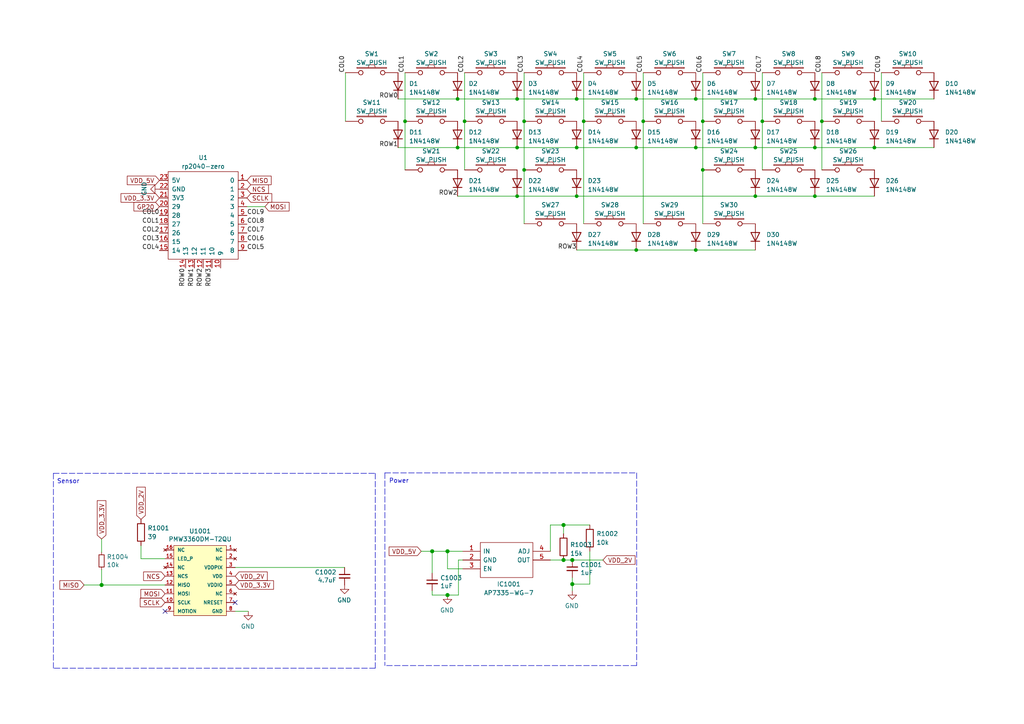
<source format=kicad_sch>
(kicad_sch (version 20230121) (generator eeschema)
  (paper "A4")
  (title_block (company "bastard keyboards") (comment 4 "Copyright Quentin Lebastard"))
  (lib_symbols
    (symbol "AP7331-WG-7:AP7331-WG-7" (pin_names (offset 0.762))
      (property "Reference" "IC" (at 21.59 7.62 0))
      (property "Value" "AP7331-WG-7" (at 21.59 5.08 0))
      (symbol "AP7331-WG-7_0_0"
        (pin passive line (at 0 0 0) (length 5.08) (name "IN") (number "1"))
        (pin passive line (at 0 -2.54 0) (length 5.08) (name "GND") (number "2"))
        (pin passive line (at 0 -5.08 0) (length 5.08) (name "EN") (number "3"))
        (pin passive line (at 25.4 0 180) (length 5.08) (name "ADJ") (number "4"))
        (pin passive line (at 25.4 -2.54 180) (length 5.08) (name "OUT") (number "5"))
      )
      (symbol "AP7331-WG-7_0_1"
        (polyline (pts (xy 5.08 2.54) (xy 20.32 2.54) (xy 20.32 -7.62) (xy 5.08 -7.62) (xy 5.08 2.54)) (stroke (width 0.1524)))
      )
    )
    (symbol "Device:C_Small" (pin_numbers hide) (pin_names (offset 0.254) hide)
      (property "Reference" "C" (at 0.254 1.778 0))
      (property "Value" "C_Small" (at 0.254 -2.032 0))
      (symbol "C_Small_0_1"
        (polyline (pts (xy -1.524 -0.508) (xy 1.524 -0.508)) (stroke (width 0.3302)))
        (polyline (pts (xy -1.524 0.508) (xy 1.524 0.508)) (stroke (width 0.3048)))
      )
      (symbol "C_Small_1_1"
        (pin passive line (at 0 2.54 270) (length 2.032) (name "~") (number "1"))
        (pin passive line (at 0 -2.54 90) (length 2.032) (name "~") (number "2"))
      )
    )
    (symbol "Device:R" (pin_numbers hide) (pin_names (offset 0))
      (property "Reference" "R" (at 2.032 0 90))
      (property "Value" "R" (at 0 0 90))
      (symbol "R_0_1"
        (rectangle (start -1.016 -2.54) (end 1.016 2.54) (stroke (width 0.254)))
      )
      (symbol "R_1_1"
        (pin passive line (at 0 3.81 270) (length 1.27) (name "~") (number "1"))
        (pin passive line (at 0 -3.81 90) (length 1.27) (name "~") (number "2"))
      )
    )
    (symbol "Device:R_Small" (pin_numbers hide) (pin_names (offset 0.254) hide)
      (property "Reference" "R" (at 0.762 0.508 0))
      (property "Value" "R_Small" (at 0.762 -1.016 0))
      (symbol "R_Small_0_1"
        (rectangle (start -0.762 1.778) (end 0.762 -1.778) (stroke (width 0.2032)))
      )
      (symbol "R_Small_1_1"
        (pin passive line (at 0 2.54 270) (length 0.762) (name "~") (number "1"))
        (pin passive line (at 0 -2.54 90) (length 0.762) (name "~") (number "2"))
      )
    )
    (symbol "Diode:1N4148W" (pin_numbers hide) (pin_names hide)
      (property "Reference" "D" (at 0 2.54 0))
      (property "Value" "1N4148W" (at 0 -2.54 0))
      (symbol "1N4148W_0_1"
        (polyline (pts (xy -1.27 1.27) (xy -1.27 -1.27)) (stroke (width 0.254)))
        (polyline (pts (xy 1.27 0) (xy -1.27 0)))
        (polyline (pts (xy 1.27 1.27) (xy 1.27 -1.27) (xy -1.27 0) (xy 1.27 1.27)) (stroke (width 0.254)))
      )
      (symbol "1N4148W_1_1"
        (pin passive line (at -3.81 0 0) (length 2.54) (name "K") (number "1"))
        (pin passive line (at 3.81 0 180) (length 2.54) (name "A") (number "2"))
      )
    )
    (symbol "kbd:SW_PUSH" (pin_numbers hide) (pin_names (offset 1.016) hide)
      (property "Reference" "SW" (at 3.81 2.794 0))
      (property "Value" "SW_PUSH" (at 0 -2.032 0))
      (symbol "SW_PUSH_0_1"
        (rectangle (start -4.318 1.27) (end 4.318 1.524))
        (polyline (pts (xy -1.016 1.524) (xy -0.762 2.286) (xy 0.762 2.286) (xy 1.016 1.524)))
        (pin passive inverted (at -7.62 0 0) (length 5.08) (name "1") (number "1"))
        (pin passive inverted (at 7.62 0 180) (length 5.08) (name "2") (number "2"))
      )
    )
    (symbol "mcu:rp2040-zero" (pin_names (offset 1.016))
      (property "Reference" "U" (at 0 15.24 0))
      (property "Value" "rp2040-zero" (at 0 12.7 0))
      (symbol "rp2040-zero_0_1"
        (rectangle (start -10.16 11.43) (end 10.16 -13.97))
      )
      (symbol "rp2040-zero_1_1"
        (pin bidirectional line (at 12.7 8.89 180) (length 2.54) (name "0") (number "1"))
        (pin bidirectional line (at 5.08 -16.51 90) (length 2.54) (name "9") (number "10"))
        (pin bidirectional line (at 2.54 -16.51 90) (length 2.54) (name "10") (number "11"))
        (pin bidirectional line (at 0 -16.51 90) (length 2.54) (name "11") (number "12"))
        (pin bidirectional line (at -2.54 -16.51 90) (length 2.54) (name "12") (number "13"))
        (pin bidirectional line (at -5.08 -16.51 90) (length 2.54) (name "13") (number "14"))
        (pin bidirectional line (at -12.7 -11.43 0) (length 2.54) (name "14") (number "15"))
        (pin bidirectional line (at -12.7 -8.89 0) (length 2.54) (name "15") (number "16"))
        (pin bidirectional line (at -12.7 -6.35 0) (length 2.54) (name "26") (number "17"))
        (pin bidirectional line (at -12.7 -3.81 0) (length 2.54) (name "27") (number "18"))
        (pin bidirectional line (at -12.7 -1.27 0) (length 2.54) (name "28") (number "19"))
        (pin bidirectional line (at 12.7 6.35 180) (length 2.54) (name "1") (number "2"))
        (pin bidirectional line (at -12.7 1.27 0) (length 2.54) (name "29") (number "20"))
        (pin power_out line (at -12.7 3.81 0) (length 2.54) (name "3V3") (number "21"))
        (pin power_out line (at -12.7 6.35 0) (length 2.54) (name "GND") (number "22"))
        (pin power_out line (at -12.7 8.89 0) (length 2.54) (name "5V") (number "23"))
        (pin bidirectional line (at 12.7 3.81 180) (length 2.54) (name "2") (number "3"))
        (pin bidirectional line (at 12.7 1.27 180) (length 2.54) (name "3") (number "4"))
        (pin bidirectional line (at 12.7 -1.27 180) (length 2.54) (name "4") (number "5"))
        (pin bidirectional line (at 12.7 -3.81 180) (length 2.54) (name "5") (number "6"))
        (pin bidirectional line (at 12.7 -6.35 180) (length 2.54) (name "6") (number "7"))
        (pin bidirectional line (at 12.7 -8.89 180) (length 2.54) (name "7") (number "8"))
        (pin bidirectional line (at 12.7 -11.43 180) (length 2.54) (name "8") (number "9"))
      )
    )
    (symbol "power:GND" (power) (pin_names (offset 0))
      (property "Value" "GND" (at 0 -3.81 0))
      (symbol "GND_0_1"
        (polyline (pts (xy 0 0) (xy 0 -1.27) (xy 1.27 -1.27) (xy 0 -2.54) (xy -1.27 -1.27) (xy 0 -1.27)))
      )
      (symbol "GND_1_1"
        (pin power_in line (at 0 0 270) (length 0) hide (name "GND") (number "1"))
      )
    )
    (symbol "sensor-rescue:PWM3360-pwm3360" (pin_names (offset 1.016))
      (property "Reference" "U4" (at 0 14.351 0))
      (property "Value" "PMW3360DM-T2QU" (at 0 12.0396 0))
      (symbol "PWM3360-pwm3360_0_1"
        (rectangle (start -7.62 10.16) (end 7.62 -10.16) (fill (type background)))
      )
      (symbol "PWM3360-pwm3360_1_1"
        (pin no_connect line (at -10.16 8.89 0) (length 2.54) (name "NC") (number "1"))
        (pin input line (at 10.16 -6.35 180) (length 2.54) (name "SCLK") (number "10"))
        (pin input line (at 10.16 -3.81 180) (length 2.54) (name "MOSI") (number "11"))
        (pin output line (at 10.16 -1.27 180) (length 2.54) (name "MISO") (number "12"))
        (pin input line (at 10.16 1.27 180) (length 2.54) (name "NCS") (number "13"))
        (pin no_connect line (at 10.16 3.81 180) (length 2.54) (name "NC") (number "14"))
        (pin input line (at 10.16 6.35 180) (length 2.54) (name "LED_P") (number "15"))
        (pin no_connect line (at 10.16 8.89 180) (length 2.54) (name "NC") (number "16"))
        (pin no_connect line (at -10.16 6.35 0) (length 2.54) (name "NC") (number "2"))
        (pin power_out line (at -10.16 3.81 0) (length 2.54) (name "VDDPIX") (number "3"))
        (pin power_in line (at -10.16 1.27 0) (length 2.54) (name "VDD") (number "4"))
        (pin power_in line (at -10.16 -1.27 0) (length 2.54) (name "VDDIO") (number "5"))
        (pin no_connect line (at -10.16 -3.81 0) (length 2.54) (name "NC") (number "6"))
        (pin input line (at -10.16 -6.35 0) (length 2.54) (name "NRESET") (number "7"))
        (pin power_in line (at -10.16 -8.89 0) (length 2.54) (name "GND") (number "8"))
        (pin output line (at 10.16 -8.89 180) (length 2.54) (name "MOTION") (number "9"))
      )
    )
  )
  (junction (at 201.803 28.702))
  (junction (at 221.107 35.179))
  (junction (at 238.379 35.179))
  (junction (at 167.259 56.896))
  (junction (at 184.531 72.517))
  (junction (at 152.019 49.276))
  (junction (at 236.347 28.702))
  (junction (at 129.794 172.593) (diameter 1.016))
  (junction (at 201.803 72.517))
  (junction (at 184.531 42.799))
  (junction (at 236.347 42.799))
  (junction (at 163.449 162.433) (diameter 1.016))
  (junction (at 132.715 28.702))
  (junction (at 236.347 56.896))
  (junction (at 219.075 56.896))
  (junction (at 29.464 169.672) (diameter 1.016))
  (junction (at 149.987 42.799))
  (junction (at 125.349 159.893) (diameter 1.016))
  (junction (at 219.075 42.799))
  (junction (at 149.987 56.896))
  (junction (at 219.075 28.702))
  (junction (at 169.291 35.179))
  (junction (at 253.619 28.702))
  (junction (at 167.259 42.799))
  (junction (at 253.619 42.799))
  (junction (at 117.475 35.179))
  (junction (at 201.803 42.799))
  (junction (at 165.989 162.433) (diameter 1.016))
  (junction (at 165.989 169.418) (diameter 1.016))
  (junction (at 152.019 35.179))
  (junction (at 163.449 152.273) (diameter 1.016))
  (junction (at 203.835 49.276))
  (junction (at 149.987 28.702))
  (junction (at 132.715 42.799))
  (junction (at 203.835 35.179))
  (junction (at 129.794 159.893) (diameter 1.016))
  (junction (at 184.531 28.702))
  (junction (at 167.259 28.702))
  (junction (at 134.747 35.179))
  (junction (at 186.563 35.179))
  (no_connect (at 68.199 174.752))
  (no_connect (at 47.879 177.292))
  (wire (pts (xy 167.259 28.702) (xy 184.531 28.702)))
  (wire (pts (xy 71.628 59.944) (xy 76.835 59.944)))
  (wire (pts (xy 203.835 49.276) (xy 203.835 64.897)))
  (wire (pts (xy 167.259 72.517) (xy 184.531 72.517)))
  (wire (pts (xy 152.019 49.276) (xy 152.019 64.897)))
  (wire (pts (xy 125.349 159.893) (xy 125.349 166.243)))
  (wire (pts (xy 134.747 35.179) (xy 134.747 49.276)))
  (wire (pts (xy 201.803 28.702) (xy 219.075 28.702)))
  (wire (pts (xy 149.987 42.799) (xy 167.259 42.799)))
  (wire (pts (xy 152.019 35.179) (xy 152.019 49.276)))
  (wire (pts (xy 203.835 21.082) (xy 203.835 35.179)))
  (wire (pts (xy 221.107 35.179) (xy 221.107 49.276)))
  (wire (pts (xy 24.384 169.672) (xy 29.464 169.672)))
  (wire (pts (xy 236.347 56.896) (xy 253.619 56.896)))
  (wire (pts (xy 68.199 164.592) (xy 99.949 164.592)))
  (wire (pts (xy 184.531 42.799) (xy 201.803 42.799)))
  (wire (pts (xy 186.563 35.179) (xy 186.563 64.897)))
  (wire (pts (xy 117.475 35.179) (xy 117.475 49.276)))
  (wire (pts (xy 159.639 152.273) (xy 159.639 159.893)))
  (wire (pts (xy 184.531 72.517) (xy 201.803 72.517)))
  (wire (pts (xy 255.651 21.082) (xy 255.651 35.179)))
  (wire (pts (xy 125.349 172.593) (xy 125.349 171.323)))
  (wire (pts (xy 129.794 172.593) (xy 125.349 172.593)))
  (wire (pts (xy 132.969 162.433) (xy 132.969 172.593)))
  (wire (pts (xy 132.969 172.593) (xy 129.794 172.593)))
  (wire (pts (xy 134.239 162.433) (xy 132.969 162.433)))
  (wire (pts (xy 132.715 42.799) (xy 149.987 42.799)))
  (wire (pts (xy 100.203 21.082) (xy 100.203 35.179)))
  (wire (pts (xy 167.259 56.896) (xy 219.075 56.896)))
  (wire (pts (xy 165.989 162.433) (xy 174.879 162.433)))
  (wire (pts (xy 219.075 42.799) (xy 236.347 42.799)))
  (wire (pts (xy 134.747 21.082) (xy 134.747 35.179)))
  (wire (pts (xy 149.987 56.896) (xy 167.259 56.896)))
  (wire (pts (xy 238.379 35.179) (xy 238.379 49.276)))
  (wire (pts (xy 167.259 42.799) (xy 184.531 42.799)))
  (wire (pts (xy 132.715 28.702) (xy 149.987 28.702)))
  (wire (pts (xy 152.019 21.082) (xy 152.019 35.179)))
  (wire (pts (xy 219.075 28.702) (xy 236.347 28.702)))
  (wire (pts (xy 219.075 56.896) (xy 236.347 56.896)))
  (wire (pts (xy 169.291 35.179) (xy 169.291 64.897)))
  (wire (pts (xy 186.563 21.082) (xy 186.563 35.179)))
  (wire (pts (xy 29.464 165.227) (xy 29.464 169.672)))
  (wire (pts (xy 29.464 169.672) (xy 47.879 169.672)))
  (wire (pts (xy 169.291 21.082) (xy 169.291 35.179)))
  (wire (pts (xy 163.449 152.273) (xy 163.449 154.813)))
  (wire (pts (xy 132.715 56.896) (xy 149.987 56.896)))
  (polyline (pts (xy 108.839 137.287) (xy 108.839 193.802)) (stroke (width 0) (type dash)))
  (polyline (pts (xy 15.494 137.287) (xy 108.839 137.287)) (stroke (width 0) (type dash)))
  (wire (pts (xy 203.835 35.179) (xy 203.835 49.276)))
  (wire (pts (xy 171.069 159.893) (xy 171.069 169.418)))
  (wire (pts (xy 171.069 169.418) (xy 165.989 169.418)))
  (wire (pts (xy 117.475 21.082) (xy 117.475 35.179)))
  (polyline (pts (xy 111.633 137.16) (xy 111.633 193.04)) (stroke (width 0) (type dash)))
  (polyline (pts (xy 111.633 137.16) (xy 184.658 137.16)) (stroke (width 0) (type dash)))
  (polyline (pts (xy 184.658 137.16) (xy 184.658 193.04)) (stroke (width 0) (type dash)))
  (polyline (pts (xy 184.658 193.04) (xy 111.633 193.04)) (stroke (width 0) (type dash)))
  (wire (pts (xy 29.464 156.337) (xy 29.464 160.147)))
  (wire (pts (xy 129.794 164.973) (xy 129.794 159.893)))
  (wire (pts (xy 134.239 164.973) (xy 129.794 164.973)))
  (wire (pts (xy 68.199 177.292) (xy 72.009 177.292)))
  (wire (pts (xy 159.639 152.273) (xy 163.449 152.273)))
  (wire (pts (xy 115.443 42.799) (xy 132.715 42.799)))
  (wire (pts (xy 159.639 162.433) (xy 163.449 162.433)))
  (wire (pts (xy 163.449 162.433) (xy 165.989 162.433)))
  (wire (pts (xy 221.107 21.082) (xy 221.107 35.179)))
  (wire (pts (xy 253.619 28.702) (xy 270.891 28.702)))
  (wire (pts (xy 184.531 28.702) (xy 201.803 28.702)))
  (wire (pts (xy 201.803 42.799) (xy 219.075 42.799)))
  (wire (pts (xy 149.987 28.702) (xy 167.259 28.702)))
  (wire (pts (xy 238.379 21.082) (xy 238.379 35.179)))
  (wire (pts (xy 201.803 72.517) (xy 219.075 72.517)))
  (polyline (pts (xy 108.839 193.802) (xy 15.494 193.802)) (stroke (width 0) (type dash)))
  (wire (pts (xy 163.449 152.273) (xy 171.069 152.273)))
  (wire (pts (xy 236.347 28.702) (xy 253.619 28.702)))
  (wire (pts (xy 40.894 162.052) (xy 40.894 158.242)))
  (wire (pts (xy 47.879 162.052) (xy 40.894 162.052)))
  (polyline (pts (xy 15.494 137.287) (xy 15.494 193.802)) (stroke (width 0) (type dash)))
  (wire (pts (xy 236.347 42.799) (xy 253.619 42.799)))
  (wire (pts (xy 253.619 42.799) (xy 270.891 42.799)))
  (wire (pts (xy 115.443 28.702) (xy 132.715 28.702)))
  (wire (pts (xy 122.174 159.893) (xy 125.349 159.893)))
  (wire (pts (xy 125.349 159.893) (xy 129.794 159.893)))
  (wire (pts (xy 129.794 159.893) (xy 134.239 159.893)))
  (wire (pts (xy 165.989 167.513) (xy 165.989 169.418)))
  (wire (pts (xy 165.989 169.418) (xy 165.989 171.323)))
  (text "Power" (at 118.618 140.335 0) (effects (font (size 1.27 1.27)) (justify right bottom)))
  (text "Sensor" (at 23.114 140.462 0) (effects (font (size 1.27 1.27)) (justify right bottom)))
  (label "COL2" (at 134.747 21.082 90))
  (label "COL9" (at 71.628 62.484 0))
  (label "ROW1" (at 56.388 77.724 270))
  (label "ROW2" (at 132.715 56.896 180))
  (label "COL3" (at 46.228 70.104 180))
  (label "COL1" (at 117.475 21.082 90))
  (label "COL2" (at 46.228 67.564 180))
  (label "ROW1" (at 115.443 42.799 180))
  (label "COL5" (at 186.563 21.082 90))
  (label "COL6" (at 203.835 21.082 90))
  (label "COL5" (at 71.628 72.644 0))
  (label "ROW0" (at 115.443 28.702 180))
  (label "COL8" (at 238.379 21.082 90))
  (label "ROW3" (at 167.259 72.517 180))
  (label "COL7" (at 221.107 21.082 90))
  (label "COL9" (at 255.651 21.082 90))
  (label "COL8" (at 71.628 65.024 0))
  (label "ROW2" (at 58.928 77.724 270))
  (label "COL0" (at 46.228 62.484 180))
  (label "ROW0" (at 53.848 77.724 270))
  (label "ROW3" (at 61.468 77.724 270))
  (label "COL7" (at 71.628 67.564 0))
  (label "COL4" (at 169.291 21.082 90))
  (label "COL3" (at 152.019 21.082 90))
  (label "COL0" (at 100.203 21.082 90))
  (label "COL4" (at 46.228 72.644 180))
  (label "COL6" (at 71.628 70.104 0))
  (label "COL1" (at 46.228 65.024 180))
  (global_label "VDD_3.3V" (shape input) (at 46.228 57.404 180) (property "Intersheetrefs" "${INTERSHEET_REFS}" (effects hide)))
  (global_label "VDD_3.3V" (shape input) (at 29.464 156.337 90) (property "Intersheetrefs" "${INTERSHEET_REFS}" (effects hide)))
  (global_label "SCLK" (shape input) (at 47.879 174.752 180) (property "Intersheetrefs" "${INTERSHEET_REFS}" (effects hide)))
  (global_label "GP20" (shape input) (at 46.228 59.944 180) (property "Intersheetrefs" "${INTERSHEET_REFS}" (effects hide)))
  (global_label "NCS" (shape input) (at 47.879 167.132 180) (property "Intersheetrefs" "${INTERSHEET_REFS}" (effects hide)))
  (global_label "VDD_2V" (shape input) (at 174.879 162.433 0) (property "Intersheetrefs" "${INTERSHEET_REFS}" (effects hide)))
  (global_label "VDD_3.3V" (shape input) (at 68.199 169.672 0) (property "Intersheetrefs" "${INTERSHEET_REFS}" (effects hide)))
  (global_label "NCS" (shape input) (at 71.628 54.864 0) (property "Intersheetrefs" "${INTERSHEET_REFS}" (effects hide)))
  (global_label "VDD_2V" (shape input) (at 68.199 167.132 0) (property "Intersheetrefs" "${INTERSHEET_REFS}" (effects hide)))
  (global_label "VDD_2V" (shape input) (at 40.894 150.622 90) (property "Intersheetrefs" "${INTERSHEET_REFS}" (effects hide)))
  (global_label "MISO" (shape input) (at 24.384 169.672 180) (property "Intersheetrefs" "${INTERSHEET_REFS}" (effects hide)))
  (global_label "MOSI" (shape input) (at 47.879 172.212 180) (property "Intersheetrefs" "${INTERSHEET_REFS}" (effects hide)))
  (global_label "VDD_5V" (shape input) (at 122.174 159.893 180) (property "Intersheetrefs" "${INTERSHEET_REFS}" (effects hide)))
  (global_label "MISO" (shape input) (at 71.628 52.324 0) (property "Intersheetrefs" "${INTERSHEET_REFS}" (effects hide)))
  (global_label "SCLK" (shape input) (at 71.628 57.404 0) (property "Intersheetrefs" "${INTERSHEET_REFS}" (effects hide)))
  (global_label "VDD_5V" (shape input) (at 46.228 52.324 180) (property "Intersheetrefs" "${INTERSHEET_REFS}" (effects hide)))
  (global_label "MOSI" (shape input) (at 76.835 59.944 0) (property "Intersheetrefs" "${INTERSHEET_REFS}" (effects hide)))
  (symbol (lib_id "sensor-rescue:PWM3360-pwm3360") (at 58.039 168.402 0) (mirror y) (unit 1)
    (property "Reference" "U1001" (at 58.039 154.051 0))
    (property "Value" "PMW3360DM-T2QU" (at 58.039 156.3624 0))
    (property "Footprint" "local:DIP-16_W10.16mm" (effects hide))
  )
  (symbol (lib_id "Device:C_Small") (at 99.949 167.132 0) (mirror y) (unit 1)
    (property "Reference" "C1002" (at 97.6122 165.9636 0) (effects (justify left)))
    (property "Value" "4.7uF" (at 97.6122 168.275 0) (effects (justify left)))
    (property "Footprint" "local:C_0603_1608Metric" (effects hide))
    (property "LCSC" "C19666" (effects hide))
  )
  (symbol (lib_id "power:GND") (at 99.949 169.672 0) (mirror y) (unit 1)
    (property "Reference" "#PWR01001" (effects hide))
    (property "Value" "GND" (at 99.822 174.0662 0))
  )
  (symbol (lib_id "power:GND") (at 72.009 177.292 0) (mirror y) (unit 1)
    (property "Reference" "#PWR01004" (effects hide))
    (property "Value" "GND" (at 71.882 181.6862 0))
  )
  (symbol (lib_id "kbd:SW_PUSH") (at 142.367 35.179 0) (unit 1)
    (property "Reference" "SW13" (at 142.367 29.718 0))
    (property "Value" "SW_PUSH" (at 142.367 32.258 0))
    (property "Footprint" "PCM_Switch_Keyboard_Hotswap_Kailh:SW_Hotswap_Kailh_MX_1.00u" (effects hide))
  )
  (symbol (lib_id "Diode:1N4148W") (at 115.443 38.989 90) (unit 1)
    (property "Reference" "D11" (at 118.618 38.354 90) (effects (justify right)))
    (property "Value" "1N4148W" (at 118.618 40.894 90) (effects (justify right)))
    (property "Footprint" "Diode_SMD:D_SOD-123" (effects hide))
    (property "Datasheet" "https://www.vishay.com/docs/85748/1n4148w.pdf" (effects hide))
    (property "Sim.Device" "D" (effects hide))
    (property "Sim.Pins" "1=K 2=A" (effects hide))
  )
  (symbol (lib_id "Diode:1N4148W") (at 219.075 38.989 90) (unit 1)
    (property "Reference" "D17" (at 222.25 38.354 90) (effects (justify right)))
    (property "Value" "1N4148W" (at 222.25 40.894 90) (effects (justify right)))
    (property "Footprint" "Diode_SMD:D_SOD-123" (effects hide))
    (property "Datasheet" "https://www.vishay.com/docs/85748/1n4148w.pdf" (effects hide))
    (property "Sim.Device" "D" (effects hide))
    (property "Sim.Pins" "1=K 2=A" (effects hide))
  )
  (symbol (lib_id "Diode:1N4148W") (at 236.347 24.892 90) (unit 1)
    (property "Reference" "D8" (at 239.522 24.257 90) (effects (justify right)))
    (property "Value" "1N4148W" (at 239.522 26.797 90) (effects (justify right)))
    (property "Footprint" "Diode_SMD:D_SOD-123" (effects hide))
    (property "Datasheet" "https://www.vishay.com/docs/85748/1n4148w.pdf" (effects hide))
    (property "Sim.Device" "D" (effects hide))
    (property "Sim.Pins" "1=K 2=A" (effects hide))
  )
  (symbol (lib_id "Diode:1N4148W") (at 219.075 53.086 90) (unit 1)
    (property "Reference" "D24" (at 222.25 52.451 90) (effects (justify right)))
    (property "Value" "1N4148W" (at 222.25 54.991 90) (effects (justify right)))
    (property "Footprint" "Diode_SMD:D_SOD-123" (effects hide))
    (property "Datasheet" "https://www.vishay.com/docs/85748/1n4148w.pdf" (effects hide))
    (property "Sim.Device" "D" (effects hide))
    (property "Sim.Pins" "1=K 2=A" (effects hide))
  )
  (symbol (lib_id "kbd:SW_PUSH") (at 176.911 35.179 0) (unit 1)
    (property "Reference" "SW15" (at 176.911 29.718 0))
    (property "Value" "SW_PUSH" (at 176.911 32.258 0))
    (property "Footprint" "PCM_Switch_Keyboard_Hotswap_Kailh:SW_Hotswap_Kailh_MX_1.00u" (effects hide))
  )
  (symbol (lib_id "kbd:SW_PUSH") (at 176.911 21.082 0) (unit 1)
    (property "Reference" "SW5" (at 176.911 15.621 0))
    (property "Value" "SW_PUSH" (at 176.911 18.161 0))
    (property "Footprint" "PCM_Switch_Keyboard_Hotswap_Kailh:SW_Hotswap_Kailh_MX_1.00u" (effects hide))
  )
  (symbol (lib_id "Diode:1N4148W") (at 167.259 68.707 90) (unit 1)
    (property "Reference" "D27" (at 170.434 68.072 90) (effects (justify right)))
    (property "Value" "1N4148W" (at 170.434 70.612 90) (effects (justify right)))
    (property "Footprint" "Diode_SMD:D_SOD-123" (effects hide))
    (property "Datasheet" "https://www.vishay.com/docs/85748/1n4148w.pdf" (effects hide))
    (property "Sim.Device" "D" (effects hide))
    (property "Sim.Pins" "1=K 2=A" (effects hide))
  )
  (symbol (lib_id "kbd:SW_PUSH") (at 211.455 21.082 0) (unit 1)
    (property "Reference" "SW7" (at 211.455 15.621 0))
    (property "Value" "SW_PUSH" (at 211.455 18.161 0))
    (property "Footprint" "PCM_Switch_Keyboard_Hotswap_Kailh:SW_Hotswap_Kailh_MX_1.00u" (effects hide))
  )
  (symbol (lib_id "Diode:1N4148W") (at 184.531 38.989 90) (unit 1)
    (property "Reference" "D15" (at 187.706 38.354 90) (effects (justify right)))
    (property "Value" "1N4148W" (at 187.706 40.894 90) (effects (justify right)))
    (property "Footprint" "Diode_SMD:D_SOD-123" (effects hide))
    (property "Datasheet" "https://www.vishay.com/docs/85748/1n4148w.pdf" (effects hide))
    (property "Sim.Device" "D" (effects hide))
    (property "Sim.Pins" "1=K 2=A" (effects hide))
  )
  (symbol (lib_id "Diode:1N4148W") (at 253.619 53.086 90) (unit 1)
    (property "Reference" "D26" (at 256.794 52.451 90) (effects (justify right)))
    (property "Value" "1N4148W" (at 256.794 54.991 90) (effects (justify right)))
    (property "Footprint" "Diode_SMD:D_SOD-123" (effects hide))
    (property "Datasheet" "https://www.vishay.com/docs/85748/1n4148w.pdf" (effects hide))
    (property "Sim.Device" "D" (effects hide))
    (property "Sim.Pins" "1=K 2=A" (effects hide))
  )
  (symbol (lib_id "kbd:SW_PUSH") (at 176.911 64.897 0) (unit 1)
    (property "Reference" "SW28" (at 176.911 59.436 0))
    (property "Value" "SW_PUSH" (at 176.911 61.976 0))
    (property "Footprint" "PCM_Switch_Keyboard_Hotswap_Kailh:SW_Hotswap_Kailh_MX_1.00u" (effects hide))
  )
  (symbol (lib_id "Diode:1N4148W") (at 132.715 24.892 90) (unit 1)
    (property "Reference" "D2" (at 135.89 24.257 90) (effects (justify right)))
    (property "Value" "1N4148W" (at 135.89 26.797 90) (effects (justify right)))
    (property "Footprint" "Diode_SMD:D_SOD-123" (effects hide))
    (property "Datasheet" "https://www.vishay.com/docs/85748/1n4148w.pdf" (effects hide))
    (property "Sim.Device" "D" (effects hide))
    (property "Sim.Pins" "1=K 2=A" (effects hide))
  )
  (symbol (lib_id "Device:C_Small") (at 165.989 164.973 0) (unit 1)
    (property "Reference" "C1001" (at 168.3258 163.8046 0) (effects (justify left)))
    (property "Value" "1uF" (at 168.326 166.116 0) (effects (justify left)))
    (property "Footprint" "local:C_0603_1608Metric" (effects hide))
    (property "LCSC" "C15849" (effects hide))
  )
  (symbol (lib_id "Diode:1N4148W") (at 219.075 68.707 90) (unit 1)
    (property "Reference" "D30" (at 222.25 68.072 90) (effects (justify right)))
    (property "Value" "1N4148W" (at 222.25 70.612 90) (effects (justify right)))
    (property "Footprint" "Diode_SMD:D_SOD-123" (effects hide))
    (property "Datasheet" "https://www.vishay.com/docs/85748/1n4148w.pdf" (effects hide))
    (property "Sim.Device" "D" (effects hide))
    (property "Sim.Pins" "1=K 2=A" (effects hide))
  )
  (symbol (lib_id "kbd:SW_PUSH") (at 142.367 21.082 0) (unit 1)
    (property "Reference" "SW3" (at 142.367 15.621 0))
    (property "Value" "SW_PUSH" (at 142.367 18.161 0))
    (property "Footprint" "PCM_Switch_Keyboard_Hotswap_Kailh:SW_Hotswap_Kailh_MX_1.00u" (effects hide))
  )
  (symbol (lib_id "power:GND") (at 165.989 171.323 0) (mirror y) (unit 1)
    (property "Reference" "#PWR01002" (effects hide))
    (property "Value" "GND" (at 165.862 175.7172 0))
  )
  (symbol (lib_id "Diode:1N4148W") (at 149.987 53.086 90) (unit 1)
    (property "Reference" "D22" (at 153.162 52.451 90) (effects (justify right)))
    (property "Value" "1N4148W" (at 153.162 54.991 90) (effects (justify right)))
    (property "Footprint" "Diode_SMD:D_SOD-123" (effects hide))
    (property "Datasheet" "https://www.vishay.com/docs/85748/1n4148w.pdf" (effects hide))
    (property "Sim.Device" "D" (effects hide))
    (property "Sim.Pins" "1=K 2=A" (effects hide))
  )
  (symbol (lib_id "kbd:SW_PUSH") (at 194.183 21.082 0) (unit 1)
    (property "Reference" "SW6" (at 194.183 15.621 0))
    (property "Value" "SW_PUSH" (at 194.183 18.161 0))
    (property "Footprint" "PCM_Switch_Keyboard_Hotswap_Kailh:SW_Hotswap_Kailh_MX_1.00u" (effects hide))
  )
  (symbol (lib_id "Device:C_Small") (at 125.349 168.783 0) (unit 1)
    (property "Reference" "C1003" (at 127.6858 167.6146 0) (effects (justify left)))
    (property "Value" "1uF" (at 127.6858 169.926 0) (effects (justify left)))
    (property "Footprint" "local:C_0603_1608Metric" (effects hide))
    (property "LCSC" "C15849" (effects hide))
  )
  (symbol (lib_id "kbd:SW_PUSH") (at 159.639 49.276 0) (unit 1)
    (property "Reference" "SW23" (at 159.639 43.815 0))
    (property "Value" "SW_PUSH" (at 159.639 46.355 0))
    (property "Footprint" "PCM_Switch_Keyboard_Hotswap_Kailh:SW_Hotswap_Kailh_MX_1.00u" (effects hide))
  )
  (symbol (lib_id "Diode:1N4148W") (at 253.619 38.989 90) (unit 1)
    (property "Reference" "D19" (at 256.794 38.354 90) (effects (justify right)))
    (property "Value" "1N4148W" (at 256.794 40.894 90) (effects (justify right)))
    (property "Footprint" "Diode_SMD:D_SOD-123" (effects hide))
    (property "Datasheet" "https://www.vishay.com/docs/85748/1n4148w.pdf" (effects hide))
    (property "Sim.Device" "D" (effects hide))
    (property "Sim.Pins" "1=K 2=A" (effects hide))
  )
  (symbol (lib_id "kbd:SW_PUSH") (at 159.639 35.179 0) (unit 1)
    (property "Reference" "SW14" (at 159.639 29.718 0))
    (property "Value" "SW_PUSH" (at 159.639 32.258 0))
    (property "Footprint" "PCM_Switch_Keyboard_Hotswap_Kailh:SW_Hotswap_Kailh_MX_1.00u" (effects hide))
  )
  (symbol (lib_id "kbd:SW_PUSH") (at 263.271 21.082 0) (unit 1)
    (property "Reference" "SW10" (at 263.271 15.621 0))
    (property "Value" "SW_PUSH" (at 263.271 18.161 0))
    (property "Footprint" "PCM_Switch_Keyboard_Hotswap_Kailh:SW_Hotswap_Kailh_MX_1.00u" (effects hide))
  )
  (symbol (lib_id "kbd:SW_PUSH") (at 228.727 21.082 0) (unit 1)
    (property "Reference" "SW8" (at 228.727 15.621 0))
    (property "Value" "SW_PUSH" (at 228.727 18.161 0))
    (property "Footprint" "PCM_Switch_Keyboard_Hotswap_Kailh:SW_Hotswap_Kailh_MX_1.00u" (effects hide))
  )
  (symbol (lib_id "Diode:1N4148W") (at 149.987 24.892 90) (unit 1)
    (property "Reference" "D3" (at 153.162 24.257 90) (effects (justify right)))
    (property "Value" "1N4148W" (at 153.162 26.797 90) (effects (justify right)))
    (property "Footprint" "Diode_SMD:D_SOD-123" (effects hide))
    (property "Datasheet" "https://www.vishay.com/docs/85748/1n4148w.pdf" (effects hide))
    (property "Sim.Device" "D" (effects hide))
    (property "Sim.Pins" "1=K 2=A" (effects hide))
  )
  (symbol (lib_id "Diode:1N4148W") (at 236.347 53.086 90) (unit 1)
    (property "Reference" "D25" (at 239.522 52.451 90) (effects (justify right)))
    (property "Value" "1N4148W" (at 239.522 54.991 90) (effects (justify right)))
    (property "Footprint" "Diode_SMD:D_SOD-123" (effects hide))
    (property "Datasheet" "https://www.vishay.com/docs/85748/1n4148w.pdf" (effects hide))
    (property "Sim.Device" "D" (effects hide))
    (property "Sim.Pins" "1=K 2=A" (effects hide))
  )
  (symbol (lib_id "Diode:1N4148W") (at 184.531 68.707 90) (unit 1)
    (property "Reference" "D28" (at 187.706 68.072 90) (effects (justify right)))
    (property "Value" "1N4148W" (at 187.706 70.612 90) (effects (justify right)))
    (property "Footprint" "Diode_SMD:D_SOD-123" (effects hide))
    (property "Datasheet" "https://www.vishay.com/docs/85748/1n4148w.pdf" (effects hide))
    (property "Sim.Device" "D" (effects hide))
    (property "Sim.Pins" "1=K 2=A" (effects hide))
  )
  (symbol (lib_id "Diode:1N4148W") (at 132.715 38.989 90) (unit 1)
    (property "Reference" "D12" (at 135.89 38.354 90) (effects (justify right)))
    (property "Value" "1N4148W" (at 135.89 40.894 90) (effects (justify right)))
    (property "Footprint" "Diode_SMD:D_SOD-123" (effects hide))
    (property "Datasheet" "https://www.vishay.com/docs/85748/1n4148w.pdf" (effects hide))
    (property "Sim.Device" "D" (effects hide))
    (property "Sim.Pins" "1=K 2=A" (effects hide))
  )
  (symbol (lib_id "kbd:SW_PUSH") (at 125.095 35.179 0) (unit 1)
    (property "Reference" "SW12" (at 125.095 29.718 0))
    (property "Value" "SW_PUSH" (at 125.095 32.258 0))
    (property "Footprint" "PCM_Switch_Keyboard_Hotswap_Kailh:SW_Hotswap_Kailh_MX_1.00u" (effects hide))
  )
  (symbol (lib_id "Device:R") (at 171.069 156.083 0) (unit 1)
    (property "Reference" "R1002" (at 172.974 154.813 0) (effects (justify left)))
    (property "Value" "10k" (at 172.974 157.353 0) (effects (justify left)))
    (property "Footprint" "local:R_0603_1608Metric" (effects hide))
    (property "LCSC" "C25804" (effects hide))
  )
  (symbol (lib_id "kbd:SW_PUSH") (at 211.455 35.179 0) (unit 1)
    (property "Reference" "SW17" (at 211.455 29.718 0))
    (property "Value" "SW_PUSH" (at 211.455 32.258 0))
    (property "Footprint" "PCM_Switch_Keyboard_Hotswap_Kailh:SW_Hotswap_Kailh_MX_1.00u" (effects hide))
  )
  (symbol (lib_id "kbd:SW_PUSH") (at 211.455 64.897 0) (unit 1)
    (property "Reference" "SW30" (at 211.455 59.436 0))
    (property "Value" "SW_PUSH" (at 211.455 61.976 0))
    (property "Footprint" "PCM_Switch_Keyboard_Hotswap_Kailh:SW_Hotswap_Kailh_MX_1.00u" (effects hide))
  )
  (symbol (lib_id "kbd:SW_PUSH") (at 228.727 49.276 0) (unit 1)
    (property "Reference" "SW25" (at 228.727 43.815 0))
    (property "Value" "SW_PUSH" (at 228.727 46.355 0))
    (property "Footprint" "PCM_Switch_Keyboard_Hotswap_Kailh:SW_Hotswap_Kailh_MX_1.00u" (effects hide))
  )
  (symbol (lib_id "Diode:1N4148W") (at 132.715 53.086 90) (unit 1)
    (property "Reference" "D21" (at 135.89 52.451 90) (effects (justify right)))
    (property "Value" "1N4148W" (at 135.89 54.991 90) (effects (justify right)))
    (property "Footprint" "Diode_SMD:D_SOD-123" (effects hide))
    (property "Datasheet" "https://www.vishay.com/docs/85748/1n4148w.pdf" (effects hide))
    (property "Sim.Device" "D" (effects hide))
    (property "Sim.Pins" "1=K 2=A" (effects hide))
  )
  (symbol (lib_id "Diode:1N4148W") (at 167.259 38.989 90) (unit 1)
    (property "Reference" "D14" (at 170.434 38.354 90) (effects (justify right)))
    (property "Value" "1N4148W" (at 170.434 40.894 90) (effects (justify right)))
    (property "Footprint" "Diode_SMD:D_SOD-123" (effects hide))
    (property "Datasheet" "https://www.vishay.com/docs/85748/1n4148w.pdf" (effects hide))
    (property "Sim.Device" "D" (effects hide))
    (property "Sim.Pins" "1=K 2=A" (effects hide))
  )
  (symbol (lib_id "Device:R") (at 163.449 158.623 0) (unit 1)
    (property "Reference" "R1003" (at 165.354 157.988 0) (effects (justify left)))
    (property "Value" "15k" (at 165.354 160.528 0) (effects (justify left)))
    (property "Footprint" "local:R_0603_1608Metric" (effects hide))
    (property "LCSC" "C22809" (effects hide))
  )
  (symbol (lib_id "kbd:SW_PUSH") (at 159.639 21.082 0) (unit 1)
    (property "Reference" "SW4" (at 159.639 15.621 0))
    (property "Value" "SW_PUSH" (at 159.639 18.161 0))
    (property "Footprint" "PCM_Switch_Keyboard_Hotswap_Kailh:SW_Hotswap_Kailh_MX_1.00u" (effects hide))
  )
  (symbol (lib_id "kbd:SW_PUSH") (at 125.095 21.082 0) (unit 1)
    (property "Reference" "SW2" (at 125.095 15.621 0))
    (property "Value" "SW_PUSH" (at 125.095 18.161 0))
    (property "Footprint" "PCM_Switch_Keyboard_Hotswap_Kailh:SW_Hotswap_Kailh_MX_1.00u" (effects hide))
  )
  (symbol (lib_id "power:GND") (at 46.228 54.864 270) (mirror x) (unit 1)
    (property "Reference" "#PWR01" (effects hide))
    (property "Value" "GND" (at 41.8338 54.737 0))
  )
  (symbol (lib_id "Diode:1N4148W") (at 167.259 24.892 90) (unit 1)
    (property "Reference" "D4" (at 170.434 24.257 90) (effects (justify right)))
    (property "Value" "1N4148W" (at 170.434 26.797 90) (effects (justify right)))
    (property "Footprint" "Diode_SMD:D_SOD-123" (effects hide))
    (property "Datasheet" "https://www.vishay.com/docs/85748/1n4148w.pdf" (effects hide))
    (property "Sim.Device" "D" (effects hide))
    (property "Sim.Pins" "1=K 2=A" (effects hide))
  )
  (symbol (lib_id "kbd:SW_PUSH") (at 211.455 49.276 0) (unit 1)
    (property "Reference" "SW24" (at 211.455 43.815 0))
    (property "Value" "SW_PUSH" (at 211.455 46.355 0))
    (property "Footprint" "PCM_Switch_Keyboard_Hotswap_Kailh:SW_Hotswap_Kailh_MX_1.00u" (effects hide))
  )
  (symbol (lib_id "Diode:1N4148W") (at 115.443 24.892 90) (unit 1)
    (property "Reference" "D1" (at 118.618 24.257 90) (effects (justify right)))
    (property "Value" "1N4148W" (at 118.618 26.797 90) (effects (justify right)))
    (property "Footprint" "Diode_SMD:D_SOD-123" (effects hide))
    (property "Datasheet" "https://www.vishay.com/docs/85748/1n4148w.pdf" (effects hide))
    (property "Sim.Device" "D" (effects hide))
    (property "Sim.Pins" "1=K 2=A" (effects hide))
  )
  (symbol (lib_id "Device:R") (at 40.894 154.432 0) (unit 1)
    (property "Reference" "R1001" (at 42.799 153.162 0) (effects (justify left)))
    (property "Value" "39" (at 42.799 155.702 0) (effects (justify left)))
    (property "Footprint" "local:R_0603_1608Metric" (effects hide))
    (property "LCSC" "C23154" (effects hide))
  )
  (symbol (lib_id "Diode:1N4148W") (at 184.531 24.892 90) (unit 1)
    (property "Reference" "D5" (at 187.706 24.257 90) (effects (justify right)))
    (property "Value" "1N4148W" (at 187.706 26.797 90) (effects (justify right)))
    (property "Footprint" "Diode_SMD:D_SOD-123" (effects hide))
    (property "Datasheet" "https://www.vishay.com/docs/85748/1n4148w.pdf" (effects hide))
    (property "Sim.Device" "D" (effects hide))
    (property "Sim.Pins" "1=K 2=A" (effects hide))
  )
  (symbol (lib_id "kbd:SW_PUSH") (at 142.367 49.276 0) (unit 1)
    (property "Reference" "SW22" (at 142.367 43.815 0))
    (property "Value" "SW_PUSH" (at 142.367 46.355 0))
    (property "Footprint" "PCM_Switch_Keyboard_Hotswap_Kailh:SW_Hotswap_Kailh_MX_1.00u" (effects hide))
  )
  (symbol (lib_id "kbd:SW_PUSH") (at 263.271 35.179 0) (unit 1)
    (property "Reference" "SW20" (at 263.271 29.718 0))
    (property "Value" "SW_PUSH" (at 263.271 32.258 0))
    (property "Footprint" "PCM_Switch_Keyboard_Hotswap_Kailh:SW_Hotswap_Kailh_MX_1.00u" (effects hide))
  )
  (symbol (lib_id "mcu:rp2040-zero") (at 58.928 61.214 0) (unit 1)
    (property "Reference" "U1" (at 58.928 45.72 0))
    (property "Value" "rp2040-zero" (at 58.928 48.26 0))
    (property "Footprint" "mcu:rp2040-zero-tht-nocut-largerpads" (effects hide))
  )
  (symbol (lib_id "Diode:1N4148W") (at 253.619 24.892 90) (unit 1)
    (property "Reference" "D9" (at 256.794 24.257 90) (effects (justify right)))
    (property "Value" "1N4148W" (at 256.794 26.797 90) (effects (justify right)))
    (property "Footprint" "Diode_SMD:D_SOD-123" (effects hide))
    (property "Datasheet" "https://www.vishay.com/docs/85748/1n4148w.pdf" (effects hide))
    (property "Sim.Device" "D" (effects hide))
    (property "Sim.Pins" "1=K 2=A" (effects hide))
  )
  (symbol (lib_id "kbd:SW_PUSH") (at 194.183 35.179 0) (unit 1)
    (property "Reference" "SW16" (at 194.183 29.718 0))
    (property "Value" "SW_PUSH" (at 194.183 32.258 0))
    (property "Footprint" "PCM_Switch_Keyboard_Hotswap_Kailh:SW_Hotswap_Kailh_MX_1.00u" (effects hide))
  )
  (symbol (lib_id "power:GND") (at 129.794 172.593 0) (mirror y) (unit 1)
    (property "Reference" "#PWR01003" (effects hide))
    (property "Value" "GND" (at 129.667 176.9872 0))
  )
  (symbol (lib_id "kbd:SW_PUSH") (at 159.639 64.897 0) (unit 1)
    (property "Reference" "SW27" (at 159.639 59.436 0))
    (property "Value" "SW_PUSH" (at 159.639 61.976 0))
    (property "Footprint" "PCM_Switch_Keyboard_Hotswap_Kailh:SW_Hotswap_Kailh_MX_1.00u" (effects hide))
  )
  (symbol (lib_id "kbd:SW_PUSH") (at 107.823 21.082 0) (unit 1)
    (property "Reference" "SW1" (at 107.823 15.621 0))
    (property "Value" "SW_PUSH" (at 107.823 18.161 0))
    (property "Footprint" "PCM_Switch_Keyboard_Hotswap_Kailh:SW_Hotswap_Kailh_MX_1.00u" (effects hide))
  )
  (symbol (lib_id "Diode:1N4148W") (at 270.891 38.989 90) (unit 1)
    (property "Reference" "D20" (at 274.066 38.354 90) (effects (justify right)))
    (property "Value" "1N4148W" (at 274.066 40.894 90) (effects (justify right)))
    (property "Footprint" "Diode_SMD:D_SOD-123" (effects hide))
    (property "Datasheet" "https://www.vishay.com/docs/85748/1n4148w.pdf" (effects hide))
    (property "Sim.Device" "D" (effects hide))
    (property "Sim.Pins" "1=K 2=A" (effects hide))
  )
  (symbol (lib_id "AP7331-WG-7:AP7331-WG-7") (at 134.239 159.893 0) (unit 1)
    (property "Reference" "IC1001" (at 147.574 169.418 0))
    (property "Value" "AP7335-WG-7" (at 147.574 171.958 0))
    (property "Footprint" "Package_TO_SOT_SMD:SOT-23-5_HandSoldering" (effects hide))
    (property "Datasheet" "http://uk.rs-online.com/web/p/products/7513083" (effects hide))
    (property "Description" "LDO Voltage Regulators LDO SOT-25 ADJUSTABLE 300MA" (effects hide))
    (property "Height" "1.45" (effects hide))
    (property "Manufacturer_Name" "Diodes Inc." (effects hide))
    (property "Manufacturer_Part_Number" "AP7331-WG-7" (effects hide))
    (property "Mouser Part Number" "621-AP7331-WG-7" (effects hide))
    (property "Mouser Price/Stock" "https://www.mouser.co.uk/ProductDetail/Diodes-Incorporated/AP7331-WG-7?qs=vIZ3oKQCLxr9PiNSCoXN%2FQ%3D%3D" (effects hide))
    (property "Arrow Part Number" "AP7331-WG-7" (effects hide))
    (property "Arrow Price/Stock" "https://www.arrow.com/en/products/ap7331-wg-7/diodes-incorporated?region=nac" (effects hide))
    (property "LCSC" "C460382" (effects hide))
  )
  (symbol (lib_id "Diode:1N4148W") (at 201.803 68.707 90) (unit 1)
    (property "Reference" "D29" (at 204.978 68.072 90) (effects (justify right)))
    (property "Value" "1N4148W" (at 204.978 70.612 90) (effects (justify right)))
    (property "Footprint" "Diode_SMD:D_SOD-123" (effects hide))
    (property "Datasheet" "https://www.vishay.com/docs/85748/1n4148w.pdf" (effects hide))
    (property "Sim.Device" "D" (effects hide))
    (property "Sim.Pins" "1=K 2=A" (effects hide))
  )
  (symbol (lib_id "kbd:SW_PUSH") (at 245.999 49.276 0) (unit 1)
    (property "Reference" "SW26" (at 245.999 43.815 0))
    (property "Value" "SW_PUSH" (at 245.999 46.355 0))
    (property "Footprint" "PCM_Switch_Keyboard_Hotswap_Kailh:SW_Hotswap_Kailh_MX_1.00u" (effects hide))
  )
  (symbol (lib_id "kbd:SW_PUSH") (at 194.183 64.897 0) (unit 1)
    (property "Reference" "SW29" (at 194.183 59.436 0))
    (property "Value" "SW_PUSH" (at 194.183 61.976 0))
    (property "Footprint" "PCM_Switch_Keyboard_Hotswap_Kailh:SW_Hotswap_Kailh_MX_1.00u" (effects hide))
  )
  (symbol (lib_id "Diode:1N4148W") (at 201.803 24.892 90) (unit 1)
    (property "Reference" "D6" (at 204.978 24.257 90) (effects (justify right)))
    (property "Value" "1N4148W" (at 204.978 26.797 90) (effects (justify right)))
    (property "Footprint" "Diode_SMD:D_SOD-123" (effects hide))
    (property "Datasheet" "https://www.vishay.com/docs/85748/1n4148w.pdf" (effects hide))
    (property "Sim.Device" "D" (effects hide))
    (property "Sim.Pins" "1=K 2=A" (effects hide))
  )
  (symbol (lib_id "kbd:SW_PUSH") (at 125.095 49.276 0) (unit 1)
    (property "Reference" "SW21" (at 125.095 43.815 0))
    (property "Value" "SW_PUSH" (at 125.095 46.355 0))
    (property "Footprint" "PCM_Switch_Keyboard_Hotswap_Kailh:SW_Hotswap_Kailh_MX_1.00u" (effects hide))
  )
  (symbol (lib_id "kbd:SW_PUSH") (at 245.999 21.082 0) (unit 1)
    (property "Reference" "SW9" (at 245.999 15.621 0))
    (property "Value" "SW_PUSH" (at 245.999 18.161 0))
    (property "Footprint" "PCM_Switch_Keyboard_Hotswap_Kailh:SW_Hotswap_Kailh_MX_1.00u" (effects hide))
  )
  (symbol (lib_id "Diode:1N4148W") (at 236.347 38.989 90) (unit 1)
    (property "Reference" "D18" (at 239.522 38.354 90) (effects (justify right)))
    (property "Value" "1N4148W" (at 239.522 40.894 90) (effects (justify right)))
    (property "Footprint" "Diode_SMD:D_SOD-123" (effects hide))
    (property "Datasheet" "https://www.vishay.com/docs/85748/1n4148w.pdf" (effects hide))
    (property "Sim.Device" "D" (effects hide))
    (property "Sim.Pins" "1=K 2=A" (effects hide))
  )
  (symbol (lib_id "kbd:SW_PUSH") (at 107.823 35.179 0) (unit 1)
    (property "Reference" "SW11" (at 107.823 29.718 0))
    (property "Value" "SW_PUSH" (at 107.823 32.258 0))
    (property "Footprint" "PCM_Switch_Keyboard_Hotswap_Kailh:SW_Hotswap_Kailh_MX_1.00u" (effects hide))
  )
  (symbol (lib_id "kbd:SW_PUSH") (at 245.999 35.179 0) (unit 1)
    (property "Reference" "SW19" (at 245.999 29.718 0))
    (property "Value" "SW_PUSH" (at 245.999 32.258 0))
    (property "Footprint" "PCM_Switch_Keyboard_Hotswap_Kailh:SW_Hotswap_Kailh_MX_1.00u" (effects hide))
  )
  (symbol (lib_id "Diode:1N4148W") (at 167.259 53.086 90) (unit 1)
    (property "Reference" "D23" (at 170.434 52.451 90) (effects (justify right)))
    (property "Value" "1N4148W" (at 170.434 54.991 90) (effects (justify right)))
    (property "Footprint" "Diode_SMD:D_SOD-123" (effects hide))
    (property "Datasheet" "https://www.vishay.com/docs/85748/1n4148w.pdf" (effects hide))
    (property "Sim.Device" "D" (effects hide))
    (property "Sim.Pins" "1=K 2=A" (effects hide))
  )
  (symbol (lib_id "Diode:1N4148W") (at 270.891 24.892 90) (unit 1)
    (property "Reference" "D10" (at 274.066 24.257 90) (effects (justify right)))
    (property "Value" "1N4148W" (at 274.066 26.797 90) (effects (justify right)))
    (property "Footprint" "Diode_SMD:D_SOD-123" (effects hide))
    (property "Datasheet" "https://www.vishay.com/docs/85748/1n4148w.pdf" (effects hide))
    (property "Sim.Device" "D" (effects hide))
    (property "Sim.Pins" "1=K 2=A" (effects hide))
  )
  (symbol (lib_id "Diode:1N4148W") (at 201.803 38.989 90) (unit 1)
    (property "Reference" "D16" (at 204.978 38.354 90) (effects (justify right)))
    (property "Value" "1N4148W" (at 204.978 40.894 90) (effects (justify right)))
    (property "Footprint" "Diode_SMD:D_SOD-123" (effects hide))
    (property "Datasheet" "https://www.vishay.com/docs/85748/1n4148w.pdf" (effects hide))
    (property "Sim.Device" "D" (effects hide))
    (property "Sim.Pins" "1=K 2=A" (effects hide))
  )
  (symbol (lib_id "kbd:SW_PUSH") (at 228.727 35.179 0) (unit 1)
    (property "Reference" "SW18" (at 228.727 29.718 0))
    (property "Value" "SW_PUSH" (at 228.727 32.258 0))
    (property "Footprint" "PCM_Switch_Keyboard_Hotswap_Kailh:SW_Hotswap_Kailh_MX_1.00u" (effects hide))
  )
  (symbol (lib_id "Device:R_Small") (at 29.464 162.687 0) (unit 1)
    (property "Reference" "R1004" (at 30.9626 161.5186 0) (effects (justify left)))
    (property "Value" "10k" (at 30.9626 163.83 0) (effects (justify left)))
    (property "Footprint" "local:R_0603_1608Metric" (effects hide))
    (property "LCSC" "C25804" (effects hide))
  )
  (symbol (lib_id "Diode:1N4148W") (at 219.075 24.892 90) (unit 1)
    (property "Reference" "D7" (at 222.25 24.257 90) (effects (justify right)))
    (property "Value" "1N4148W" (at 222.25 26.797 90) (effects (justify right)))
    (property "Footprint" "Diode_SMD:D_SOD-123" (effects hide))
    (property "Datasheet" "https://www.vishay.com/docs/85748/1n4148w.pdf" (effects hide))
    (property "Sim.Device" "D" (effects hide))
    (property "Sim.Pins" "1=K 2=A" (effects hide))
  )
  (symbol (lib_id "Diode:1N4148W") (at 149.987 38.989 90) (unit 1)
    (property "Reference" "D13" (at 153.162 38.354 90) (effects (justify right)))
    (property "Value" "1N4148W" (at 153.162 40.894 90) (effects (justify right)))
    (property "Footprint" "Diode_SMD:D_SOD-123" (effects hide))
    (property "Datasheet" "https://www.vishay.com/docs/85748/1n4148w.pdf" (effects hide))
    (property "Sim.Device" "D" (effects hide))
    (property "Sim.Pins" "1=K 2=A" (effects hide))
  )
)
</source>
